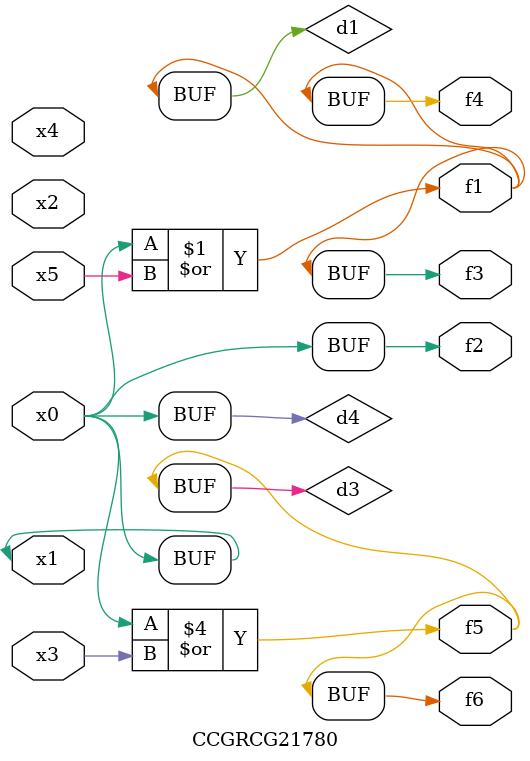
<source format=v>
module CCGRCG21780(
	input x0, x1, x2, x3, x4, x5,
	output f1, f2, f3, f4, f5, f6
);

	wire d1, d2, d3, d4;

	or (d1, x0, x5);
	xnor (d2, x1, x4);
	or (d3, x0, x3);
	buf (d4, x0, x1);
	assign f1 = d1;
	assign f2 = d4;
	assign f3 = d1;
	assign f4 = d1;
	assign f5 = d3;
	assign f6 = d3;
endmodule

</source>
